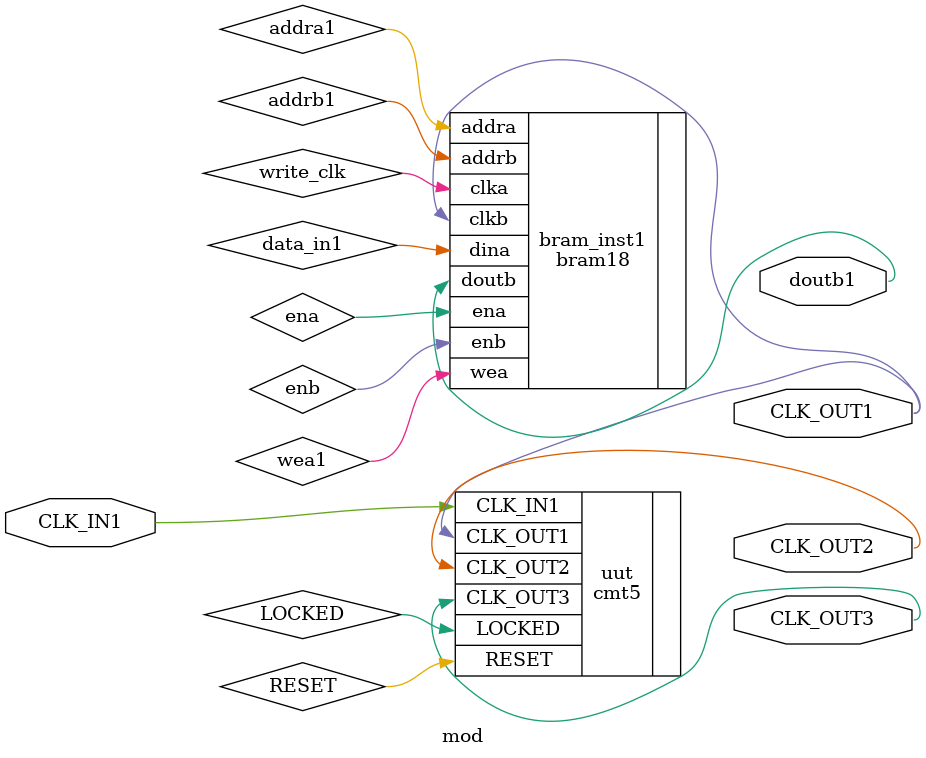
<source format=v>
`timescale 1ns / 1ps
module mod(
input CLK_IN1,
output  doutb1,CLK_OUT1,CLK_OUT2,CLK_OUT3
    );

bram18 bram_inst1 (
		.clka(write_clk), 
		.ena(ena), 
		.wea(wea1), 
		.addra(addra1), 
		.dina(data_in1), 
		.clkb(CLK_OUT1), 
		.enb(enb), 
		.addrb(addrb1), 
		.doutb(doutb1)
	);
	
	cmt5 uut (
		.CLK_IN1(CLK_IN1),		
		.CLK_OUT1(CLK_OUT1), 
		.CLK_OUT2(CLK_OUT2), 
		.CLK_OUT3(CLK_OUT3), 
		.RESET(RESET), 
		.LOCKED(LOCKED)
	);

endmodule

</source>
